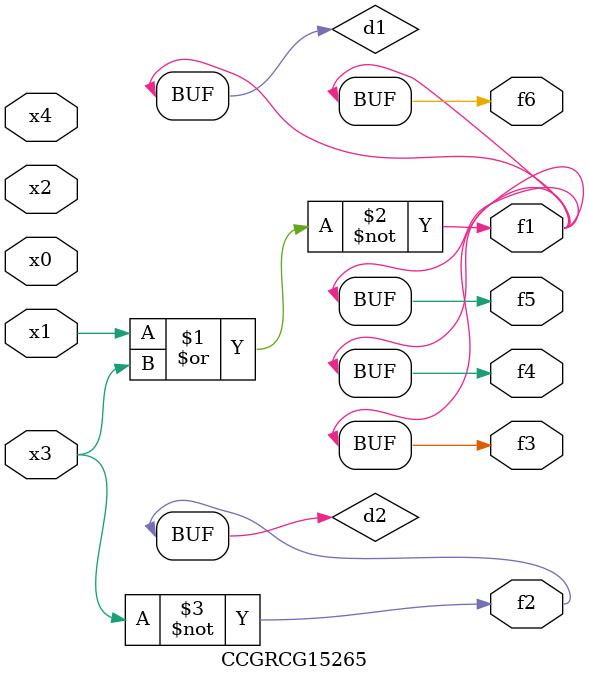
<source format=v>
module CCGRCG15265(
	input x0, x1, x2, x3, x4,
	output f1, f2, f3, f4, f5, f6
);

	wire d1, d2;

	nor (d1, x1, x3);
	not (d2, x3);
	assign f1 = d1;
	assign f2 = d2;
	assign f3 = d1;
	assign f4 = d1;
	assign f5 = d1;
	assign f6 = d1;
endmodule

</source>
